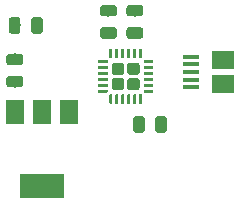
<source format=gbr>
%TF.GenerationSoftware,KiCad,Pcbnew,(5.0.0)*%
%TF.CreationDate,2019-02-19T13:25:24-06:00*%
%TF.ProjectId,USBBreakout,555342427265616B6F75742E6B696361,rev?*%
%TF.SameCoordinates,Original*%
%TF.FileFunction,Paste,Top*%
%TF.FilePolarity,Positive*%
%FSLAX46Y46*%
G04 Gerber Fmt 4.6, Leading zero omitted, Abs format (unit mm)*
G04 Created by KiCad (PCBNEW (5.0.0)) date 02/19/19 13:25:24*
%MOMM*%
%LPD*%
G01*
G04 APERTURE LIST*
%ADD10R,1.900000X1.500000*%
%ADD11R,1.350000X0.400000*%
%ADD12C,0.100000*%
%ADD13C,0.975000*%
%ADD14C,1.050000*%
%ADD15C,0.250000*%
%ADD16R,3.800000X2.000000*%
%ADD17R,1.500000X2.000000*%
G04 APERTURE END LIST*
D10*
X159797000Y-86122000D03*
D11*
X157097000Y-87772000D03*
X157097000Y-88422000D03*
X157097000Y-85822000D03*
X157097000Y-86472000D03*
X157097000Y-87122000D03*
D10*
X159797000Y-88122000D03*
D12*
G36*
X154826642Y-90868174D02*
X154850303Y-90871684D01*
X154873507Y-90877496D01*
X154896029Y-90885554D01*
X154917653Y-90895782D01*
X154938170Y-90908079D01*
X154957383Y-90922329D01*
X154975107Y-90938393D01*
X154991171Y-90956117D01*
X155005421Y-90975330D01*
X155017718Y-90995847D01*
X155027946Y-91017471D01*
X155036004Y-91039993D01*
X155041816Y-91063197D01*
X155045326Y-91086858D01*
X155046500Y-91110750D01*
X155046500Y-92023250D01*
X155045326Y-92047142D01*
X155041816Y-92070803D01*
X155036004Y-92094007D01*
X155027946Y-92116529D01*
X155017718Y-92138153D01*
X155005421Y-92158670D01*
X154991171Y-92177883D01*
X154975107Y-92195607D01*
X154957383Y-92211671D01*
X154938170Y-92225921D01*
X154917653Y-92238218D01*
X154896029Y-92248446D01*
X154873507Y-92256504D01*
X154850303Y-92262316D01*
X154826642Y-92265826D01*
X154802750Y-92267000D01*
X154315250Y-92267000D01*
X154291358Y-92265826D01*
X154267697Y-92262316D01*
X154244493Y-92256504D01*
X154221971Y-92248446D01*
X154200347Y-92238218D01*
X154179830Y-92225921D01*
X154160617Y-92211671D01*
X154142893Y-92195607D01*
X154126829Y-92177883D01*
X154112579Y-92158670D01*
X154100282Y-92138153D01*
X154090054Y-92116529D01*
X154081996Y-92094007D01*
X154076184Y-92070803D01*
X154072674Y-92047142D01*
X154071500Y-92023250D01*
X154071500Y-91110750D01*
X154072674Y-91086858D01*
X154076184Y-91063197D01*
X154081996Y-91039993D01*
X154090054Y-91017471D01*
X154100282Y-90995847D01*
X154112579Y-90975330D01*
X154126829Y-90956117D01*
X154142893Y-90938393D01*
X154160617Y-90922329D01*
X154179830Y-90908079D01*
X154200347Y-90895782D01*
X154221971Y-90885554D01*
X154244493Y-90877496D01*
X154267697Y-90871684D01*
X154291358Y-90868174D01*
X154315250Y-90867000D01*
X154802750Y-90867000D01*
X154826642Y-90868174D01*
X154826642Y-90868174D01*
G37*
D13*
X154559000Y-91567000D03*
D12*
G36*
X152951642Y-90868174D02*
X152975303Y-90871684D01*
X152998507Y-90877496D01*
X153021029Y-90885554D01*
X153042653Y-90895782D01*
X153063170Y-90908079D01*
X153082383Y-90922329D01*
X153100107Y-90938393D01*
X153116171Y-90956117D01*
X153130421Y-90975330D01*
X153142718Y-90995847D01*
X153152946Y-91017471D01*
X153161004Y-91039993D01*
X153166816Y-91063197D01*
X153170326Y-91086858D01*
X153171500Y-91110750D01*
X153171500Y-92023250D01*
X153170326Y-92047142D01*
X153166816Y-92070803D01*
X153161004Y-92094007D01*
X153152946Y-92116529D01*
X153142718Y-92138153D01*
X153130421Y-92158670D01*
X153116171Y-92177883D01*
X153100107Y-92195607D01*
X153082383Y-92211671D01*
X153063170Y-92225921D01*
X153042653Y-92238218D01*
X153021029Y-92248446D01*
X152998507Y-92256504D01*
X152975303Y-92262316D01*
X152951642Y-92265826D01*
X152927750Y-92267000D01*
X152440250Y-92267000D01*
X152416358Y-92265826D01*
X152392697Y-92262316D01*
X152369493Y-92256504D01*
X152346971Y-92248446D01*
X152325347Y-92238218D01*
X152304830Y-92225921D01*
X152285617Y-92211671D01*
X152267893Y-92195607D01*
X152251829Y-92177883D01*
X152237579Y-92158670D01*
X152225282Y-92138153D01*
X152215054Y-92116529D01*
X152206996Y-92094007D01*
X152201184Y-92070803D01*
X152197674Y-92047142D01*
X152196500Y-92023250D01*
X152196500Y-91110750D01*
X152197674Y-91086858D01*
X152201184Y-91063197D01*
X152206996Y-91039993D01*
X152215054Y-91017471D01*
X152225282Y-90995847D01*
X152237579Y-90975330D01*
X152251829Y-90956117D01*
X152267893Y-90938393D01*
X152285617Y-90922329D01*
X152304830Y-90908079D01*
X152325347Y-90895782D01*
X152346971Y-90885554D01*
X152369493Y-90877496D01*
X152392697Y-90871684D01*
X152416358Y-90868174D01*
X152440250Y-90867000D01*
X152927750Y-90867000D01*
X152951642Y-90868174D01*
X152951642Y-90868174D01*
G37*
D13*
X152684000Y-91567000D03*
D12*
G36*
X152816642Y-83333674D02*
X152840303Y-83337184D01*
X152863507Y-83342996D01*
X152886029Y-83351054D01*
X152907653Y-83361282D01*
X152928170Y-83373579D01*
X152947383Y-83387829D01*
X152965107Y-83403893D01*
X152981171Y-83421617D01*
X152995421Y-83440830D01*
X153007718Y-83461347D01*
X153017946Y-83482971D01*
X153026004Y-83505493D01*
X153031816Y-83528697D01*
X153035326Y-83552358D01*
X153036500Y-83576250D01*
X153036500Y-84063750D01*
X153035326Y-84087642D01*
X153031816Y-84111303D01*
X153026004Y-84134507D01*
X153017946Y-84157029D01*
X153007718Y-84178653D01*
X152995421Y-84199170D01*
X152981171Y-84218383D01*
X152965107Y-84236107D01*
X152947383Y-84252171D01*
X152928170Y-84266421D01*
X152907653Y-84278718D01*
X152886029Y-84288946D01*
X152863507Y-84297004D01*
X152840303Y-84302816D01*
X152816642Y-84306326D01*
X152792750Y-84307500D01*
X151880250Y-84307500D01*
X151856358Y-84306326D01*
X151832697Y-84302816D01*
X151809493Y-84297004D01*
X151786971Y-84288946D01*
X151765347Y-84278718D01*
X151744830Y-84266421D01*
X151725617Y-84252171D01*
X151707893Y-84236107D01*
X151691829Y-84218383D01*
X151677579Y-84199170D01*
X151665282Y-84178653D01*
X151655054Y-84157029D01*
X151646996Y-84134507D01*
X151641184Y-84111303D01*
X151637674Y-84087642D01*
X151636500Y-84063750D01*
X151636500Y-83576250D01*
X151637674Y-83552358D01*
X151641184Y-83528697D01*
X151646996Y-83505493D01*
X151655054Y-83482971D01*
X151665282Y-83461347D01*
X151677579Y-83440830D01*
X151691829Y-83421617D01*
X151707893Y-83403893D01*
X151725617Y-83387829D01*
X151744830Y-83373579D01*
X151765347Y-83361282D01*
X151786971Y-83351054D01*
X151809493Y-83342996D01*
X151832697Y-83337184D01*
X151856358Y-83333674D01*
X151880250Y-83332500D01*
X152792750Y-83332500D01*
X152816642Y-83333674D01*
X152816642Y-83333674D01*
G37*
D13*
X152336500Y-83820000D03*
D12*
G36*
X152816642Y-81458674D02*
X152840303Y-81462184D01*
X152863507Y-81467996D01*
X152886029Y-81476054D01*
X152907653Y-81486282D01*
X152928170Y-81498579D01*
X152947383Y-81512829D01*
X152965107Y-81528893D01*
X152981171Y-81546617D01*
X152995421Y-81565830D01*
X153007718Y-81586347D01*
X153017946Y-81607971D01*
X153026004Y-81630493D01*
X153031816Y-81653697D01*
X153035326Y-81677358D01*
X153036500Y-81701250D01*
X153036500Y-82188750D01*
X153035326Y-82212642D01*
X153031816Y-82236303D01*
X153026004Y-82259507D01*
X153017946Y-82282029D01*
X153007718Y-82303653D01*
X152995421Y-82324170D01*
X152981171Y-82343383D01*
X152965107Y-82361107D01*
X152947383Y-82377171D01*
X152928170Y-82391421D01*
X152907653Y-82403718D01*
X152886029Y-82413946D01*
X152863507Y-82422004D01*
X152840303Y-82427816D01*
X152816642Y-82431326D01*
X152792750Y-82432500D01*
X151880250Y-82432500D01*
X151856358Y-82431326D01*
X151832697Y-82427816D01*
X151809493Y-82422004D01*
X151786971Y-82413946D01*
X151765347Y-82403718D01*
X151744830Y-82391421D01*
X151725617Y-82377171D01*
X151707893Y-82361107D01*
X151691829Y-82343383D01*
X151677579Y-82324170D01*
X151665282Y-82303653D01*
X151655054Y-82282029D01*
X151646996Y-82259507D01*
X151641184Y-82236303D01*
X151637674Y-82212642D01*
X151636500Y-82188750D01*
X151636500Y-81701250D01*
X151637674Y-81677358D01*
X151641184Y-81653697D01*
X151646996Y-81630493D01*
X151655054Y-81607971D01*
X151665282Y-81586347D01*
X151677579Y-81565830D01*
X151691829Y-81546617D01*
X151707893Y-81528893D01*
X151725617Y-81512829D01*
X151744830Y-81498579D01*
X151765347Y-81486282D01*
X151786971Y-81476054D01*
X151809493Y-81467996D01*
X151832697Y-81462184D01*
X151856358Y-81458674D01*
X151880250Y-81457500D01*
X152792750Y-81457500D01*
X152816642Y-81458674D01*
X152816642Y-81458674D01*
G37*
D13*
X152336500Y-81945000D03*
D12*
G36*
X150594142Y-81458674D02*
X150617803Y-81462184D01*
X150641007Y-81467996D01*
X150663529Y-81476054D01*
X150685153Y-81486282D01*
X150705670Y-81498579D01*
X150724883Y-81512829D01*
X150742607Y-81528893D01*
X150758671Y-81546617D01*
X150772921Y-81565830D01*
X150785218Y-81586347D01*
X150795446Y-81607971D01*
X150803504Y-81630493D01*
X150809316Y-81653697D01*
X150812826Y-81677358D01*
X150814000Y-81701250D01*
X150814000Y-82188750D01*
X150812826Y-82212642D01*
X150809316Y-82236303D01*
X150803504Y-82259507D01*
X150795446Y-82282029D01*
X150785218Y-82303653D01*
X150772921Y-82324170D01*
X150758671Y-82343383D01*
X150742607Y-82361107D01*
X150724883Y-82377171D01*
X150705670Y-82391421D01*
X150685153Y-82403718D01*
X150663529Y-82413946D01*
X150641007Y-82422004D01*
X150617803Y-82427816D01*
X150594142Y-82431326D01*
X150570250Y-82432500D01*
X149657750Y-82432500D01*
X149633858Y-82431326D01*
X149610197Y-82427816D01*
X149586993Y-82422004D01*
X149564471Y-82413946D01*
X149542847Y-82403718D01*
X149522330Y-82391421D01*
X149503117Y-82377171D01*
X149485393Y-82361107D01*
X149469329Y-82343383D01*
X149455079Y-82324170D01*
X149442782Y-82303653D01*
X149432554Y-82282029D01*
X149424496Y-82259507D01*
X149418684Y-82236303D01*
X149415174Y-82212642D01*
X149414000Y-82188750D01*
X149414000Y-81701250D01*
X149415174Y-81677358D01*
X149418684Y-81653697D01*
X149424496Y-81630493D01*
X149432554Y-81607971D01*
X149442782Y-81586347D01*
X149455079Y-81565830D01*
X149469329Y-81546617D01*
X149485393Y-81528893D01*
X149503117Y-81512829D01*
X149522330Y-81498579D01*
X149542847Y-81486282D01*
X149564471Y-81476054D01*
X149586993Y-81467996D01*
X149610197Y-81462184D01*
X149633858Y-81458674D01*
X149657750Y-81457500D01*
X150570250Y-81457500D01*
X150594142Y-81458674D01*
X150594142Y-81458674D01*
G37*
D13*
X150114000Y-81945000D03*
D12*
G36*
X150594142Y-83333674D02*
X150617803Y-83337184D01*
X150641007Y-83342996D01*
X150663529Y-83351054D01*
X150685153Y-83361282D01*
X150705670Y-83373579D01*
X150724883Y-83387829D01*
X150742607Y-83403893D01*
X150758671Y-83421617D01*
X150772921Y-83440830D01*
X150785218Y-83461347D01*
X150795446Y-83482971D01*
X150803504Y-83505493D01*
X150809316Y-83528697D01*
X150812826Y-83552358D01*
X150814000Y-83576250D01*
X150814000Y-84063750D01*
X150812826Y-84087642D01*
X150809316Y-84111303D01*
X150803504Y-84134507D01*
X150795446Y-84157029D01*
X150785218Y-84178653D01*
X150772921Y-84199170D01*
X150758671Y-84218383D01*
X150742607Y-84236107D01*
X150724883Y-84252171D01*
X150705670Y-84266421D01*
X150685153Y-84278718D01*
X150663529Y-84288946D01*
X150641007Y-84297004D01*
X150617803Y-84302816D01*
X150594142Y-84306326D01*
X150570250Y-84307500D01*
X149657750Y-84307500D01*
X149633858Y-84306326D01*
X149610197Y-84302816D01*
X149586993Y-84297004D01*
X149564471Y-84288946D01*
X149542847Y-84278718D01*
X149522330Y-84266421D01*
X149503117Y-84252171D01*
X149485393Y-84236107D01*
X149469329Y-84218383D01*
X149455079Y-84199170D01*
X149442782Y-84178653D01*
X149432554Y-84157029D01*
X149424496Y-84134507D01*
X149418684Y-84111303D01*
X149415174Y-84087642D01*
X149414000Y-84063750D01*
X149414000Y-83576250D01*
X149415174Y-83552358D01*
X149418684Y-83528697D01*
X149424496Y-83505493D01*
X149432554Y-83482971D01*
X149442782Y-83461347D01*
X149455079Y-83440830D01*
X149469329Y-83421617D01*
X149485393Y-83403893D01*
X149503117Y-83387829D01*
X149522330Y-83373579D01*
X149542847Y-83361282D01*
X149564471Y-83351054D01*
X149586993Y-83342996D01*
X149610197Y-83337184D01*
X149633858Y-83333674D01*
X149657750Y-83332500D01*
X150570250Y-83332500D01*
X150594142Y-83333674D01*
X150594142Y-83333674D01*
G37*
D13*
X150114000Y-83820000D03*
D12*
G36*
X152524005Y-87629204D02*
X152548273Y-87632804D01*
X152572072Y-87638765D01*
X152595171Y-87647030D01*
X152617350Y-87657520D01*
X152638393Y-87670132D01*
X152658099Y-87684747D01*
X152676277Y-87701223D01*
X152692753Y-87719401D01*
X152707368Y-87739107D01*
X152719980Y-87760150D01*
X152730470Y-87782329D01*
X152738735Y-87805428D01*
X152744696Y-87829227D01*
X152748296Y-87853495D01*
X152749500Y-87877999D01*
X152749500Y-88428001D01*
X152748296Y-88452505D01*
X152744696Y-88476773D01*
X152738735Y-88500572D01*
X152730470Y-88523671D01*
X152719980Y-88545850D01*
X152707368Y-88566893D01*
X152692753Y-88586599D01*
X152676277Y-88604777D01*
X152658099Y-88621253D01*
X152638393Y-88635868D01*
X152617350Y-88648480D01*
X152595171Y-88658970D01*
X152572072Y-88667235D01*
X152548273Y-88673196D01*
X152524005Y-88676796D01*
X152499501Y-88678000D01*
X151949499Y-88678000D01*
X151924995Y-88676796D01*
X151900727Y-88673196D01*
X151876928Y-88667235D01*
X151853829Y-88658970D01*
X151831650Y-88648480D01*
X151810607Y-88635868D01*
X151790901Y-88621253D01*
X151772723Y-88604777D01*
X151756247Y-88586599D01*
X151741632Y-88566893D01*
X151729020Y-88545850D01*
X151718530Y-88523671D01*
X151710265Y-88500572D01*
X151704304Y-88476773D01*
X151700704Y-88452505D01*
X151699500Y-88428001D01*
X151699500Y-87877999D01*
X151700704Y-87853495D01*
X151704304Y-87829227D01*
X151710265Y-87805428D01*
X151718530Y-87782329D01*
X151729020Y-87760150D01*
X151741632Y-87739107D01*
X151756247Y-87719401D01*
X151772723Y-87701223D01*
X151790901Y-87684747D01*
X151810607Y-87670132D01*
X151831650Y-87657520D01*
X151853829Y-87647030D01*
X151876928Y-87638765D01*
X151900727Y-87632804D01*
X151924995Y-87629204D01*
X151949499Y-87628000D01*
X152499501Y-87628000D01*
X152524005Y-87629204D01*
X152524005Y-87629204D01*
G37*
D14*
X152224500Y-88153000D03*
D12*
G36*
X152524005Y-86329204D02*
X152548273Y-86332804D01*
X152572072Y-86338765D01*
X152595171Y-86347030D01*
X152617350Y-86357520D01*
X152638393Y-86370132D01*
X152658099Y-86384747D01*
X152676277Y-86401223D01*
X152692753Y-86419401D01*
X152707368Y-86439107D01*
X152719980Y-86460150D01*
X152730470Y-86482329D01*
X152738735Y-86505428D01*
X152744696Y-86529227D01*
X152748296Y-86553495D01*
X152749500Y-86577999D01*
X152749500Y-87128001D01*
X152748296Y-87152505D01*
X152744696Y-87176773D01*
X152738735Y-87200572D01*
X152730470Y-87223671D01*
X152719980Y-87245850D01*
X152707368Y-87266893D01*
X152692753Y-87286599D01*
X152676277Y-87304777D01*
X152658099Y-87321253D01*
X152638393Y-87335868D01*
X152617350Y-87348480D01*
X152595171Y-87358970D01*
X152572072Y-87367235D01*
X152548273Y-87373196D01*
X152524005Y-87376796D01*
X152499501Y-87378000D01*
X151949499Y-87378000D01*
X151924995Y-87376796D01*
X151900727Y-87373196D01*
X151876928Y-87367235D01*
X151853829Y-87358970D01*
X151831650Y-87348480D01*
X151810607Y-87335868D01*
X151790901Y-87321253D01*
X151772723Y-87304777D01*
X151756247Y-87286599D01*
X151741632Y-87266893D01*
X151729020Y-87245850D01*
X151718530Y-87223671D01*
X151710265Y-87200572D01*
X151704304Y-87176773D01*
X151700704Y-87152505D01*
X151699500Y-87128001D01*
X151699500Y-86577999D01*
X151700704Y-86553495D01*
X151704304Y-86529227D01*
X151710265Y-86505428D01*
X151718530Y-86482329D01*
X151729020Y-86460150D01*
X151741632Y-86439107D01*
X151756247Y-86419401D01*
X151772723Y-86401223D01*
X151790901Y-86384747D01*
X151810607Y-86370132D01*
X151831650Y-86357520D01*
X151853829Y-86347030D01*
X151876928Y-86338765D01*
X151900727Y-86332804D01*
X151924995Y-86329204D01*
X151949499Y-86328000D01*
X152499501Y-86328000D01*
X152524005Y-86329204D01*
X152524005Y-86329204D01*
G37*
D14*
X152224500Y-86853000D03*
D12*
G36*
X151224005Y-87629204D02*
X151248273Y-87632804D01*
X151272072Y-87638765D01*
X151295171Y-87647030D01*
X151317350Y-87657520D01*
X151338393Y-87670132D01*
X151358099Y-87684747D01*
X151376277Y-87701223D01*
X151392753Y-87719401D01*
X151407368Y-87739107D01*
X151419980Y-87760150D01*
X151430470Y-87782329D01*
X151438735Y-87805428D01*
X151444696Y-87829227D01*
X151448296Y-87853495D01*
X151449500Y-87877999D01*
X151449500Y-88428001D01*
X151448296Y-88452505D01*
X151444696Y-88476773D01*
X151438735Y-88500572D01*
X151430470Y-88523671D01*
X151419980Y-88545850D01*
X151407368Y-88566893D01*
X151392753Y-88586599D01*
X151376277Y-88604777D01*
X151358099Y-88621253D01*
X151338393Y-88635868D01*
X151317350Y-88648480D01*
X151295171Y-88658970D01*
X151272072Y-88667235D01*
X151248273Y-88673196D01*
X151224005Y-88676796D01*
X151199501Y-88678000D01*
X150649499Y-88678000D01*
X150624995Y-88676796D01*
X150600727Y-88673196D01*
X150576928Y-88667235D01*
X150553829Y-88658970D01*
X150531650Y-88648480D01*
X150510607Y-88635868D01*
X150490901Y-88621253D01*
X150472723Y-88604777D01*
X150456247Y-88586599D01*
X150441632Y-88566893D01*
X150429020Y-88545850D01*
X150418530Y-88523671D01*
X150410265Y-88500572D01*
X150404304Y-88476773D01*
X150400704Y-88452505D01*
X150399500Y-88428001D01*
X150399500Y-87877999D01*
X150400704Y-87853495D01*
X150404304Y-87829227D01*
X150410265Y-87805428D01*
X150418530Y-87782329D01*
X150429020Y-87760150D01*
X150441632Y-87739107D01*
X150456247Y-87719401D01*
X150472723Y-87701223D01*
X150490901Y-87684747D01*
X150510607Y-87670132D01*
X150531650Y-87657520D01*
X150553829Y-87647030D01*
X150576928Y-87638765D01*
X150600727Y-87632804D01*
X150624995Y-87629204D01*
X150649499Y-87628000D01*
X151199501Y-87628000D01*
X151224005Y-87629204D01*
X151224005Y-87629204D01*
G37*
D14*
X150924500Y-88153000D03*
D12*
G36*
X151224005Y-86329204D02*
X151248273Y-86332804D01*
X151272072Y-86338765D01*
X151295171Y-86347030D01*
X151317350Y-86357520D01*
X151338393Y-86370132D01*
X151358099Y-86384747D01*
X151376277Y-86401223D01*
X151392753Y-86419401D01*
X151407368Y-86439107D01*
X151419980Y-86460150D01*
X151430470Y-86482329D01*
X151438735Y-86505428D01*
X151444696Y-86529227D01*
X151448296Y-86553495D01*
X151449500Y-86577999D01*
X151449500Y-87128001D01*
X151448296Y-87152505D01*
X151444696Y-87176773D01*
X151438735Y-87200572D01*
X151430470Y-87223671D01*
X151419980Y-87245850D01*
X151407368Y-87266893D01*
X151392753Y-87286599D01*
X151376277Y-87304777D01*
X151358099Y-87321253D01*
X151338393Y-87335868D01*
X151317350Y-87348480D01*
X151295171Y-87358970D01*
X151272072Y-87367235D01*
X151248273Y-87373196D01*
X151224005Y-87376796D01*
X151199501Y-87378000D01*
X150649499Y-87378000D01*
X150624995Y-87376796D01*
X150600727Y-87373196D01*
X150576928Y-87367235D01*
X150553829Y-87358970D01*
X150531650Y-87348480D01*
X150510607Y-87335868D01*
X150490901Y-87321253D01*
X150472723Y-87304777D01*
X150456247Y-87286599D01*
X150441632Y-87266893D01*
X150429020Y-87245850D01*
X150418530Y-87223671D01*
X150410265Y-87200572D01*
X150404304Y-87176773D01*
X150400704Y-87152505D01*
X150399500Y-87128001D01*
X150399500Y-86577999D01*
X150400704Y-86553495D01*
X150404304Y-86529227D01*
X150410265Y-86505428D01*
X150418530Y-86482329D01*
X150429020Y-86460150D01*
X150441632Y-86439107D01*
X150456247Y-86419401D01*
X150472723Y-86401223D01*
X150490901Y-86384747D01*
X150510607Y-86370132D01*
X150531650Y-86357520D01*
X150553829Y-86347030D01*
X150576928Y-86338765D01*
X150600727Y-86332804D01*
X150624995Y-86329204D01*
X150649499Y-86328000D01*
X151199501Y-86328000D01*
X151224005Y-86329204D01*
X151224005Y-86329204D01*
G37*
D14*
X150924500Y-86853000D03*
D12*
G36*
X153868126Y-88628301D02*
X153874193Y-88629201D01*
X153880143Y-88630691D01*
X153885918Y-88632758D01*
X153891462Y-88635380D01*
X153896723Y-88638533D01*
X153901650Y-88642187D01*
X153906194Y-88646306D01*
X153910313Y-88650850D01*
X153913967Y-88655777D01*
X153917120Y-88661038D01*
X153919742Y-88666582D01*
X153921809Y-88672357D01*
X153923299Y-88678307D01*
X153924199Y-88684374D01*
X153924500Y-88690500D01*
X153924500Y-88815500D01*
X153924199Y-88821626D01*
X153923299Y-88827693D01*
X153921809Y-88833643D01*
X153919742Y-88839418D01*
X153917120Y-88844962D01*
X153913967Y-88850223D01*
X153910313Y-88855150D01*
X153906194Y-88859694D01*
X153901650Y-88863813D01*
X153896723Y-88867467D01*
X153891462Y-88870620D01*
X153885918Y-88873242D01*
X153880143Y-88875309D01*
X153874193Y-88876799D01*
X153868126Y-88877699D01*
X153862000Y-88878000D01*
X153162000Y-88878000D01*
X153155874Y-88877699D01*
X153149807Y-88876799D01*
X153143857Y-88875309D01*
X153138082Y-88873242D01*
X153132538Y-88870620D01*
X153127277Y-88867467D01*
X153122350Y-88863813D01*
X153117806Y-88859694D01*
X153113687Y-88855150D01*
X153110033Y-88850223D01*
X153106880Y-88844962D01*
X153104258Y-88839418D01*
X153102191Y-88833643D01*
X153100701Y-88827693D01*
X153099801Y-88821626D01*
X153099500Y-88815500D01*
X153099500Y-88690500D01*
X153099801Y-88684374D01*
X153100701Y-88678307D01*
X153102191Y-88672357D01*
X153104258Y-88666582D01*
X153106880Y-88661038D01*
X153110033Y-88655777D01*
X153113687Y-88650850D01*
X153117806Y-88646306D01*
X153122350Y-88642187D01*
X153127277Y-88638533D01*
X153132538Y-88635380D01*
X153138082Y-88632758D01*
X153143857Y-88630691D01*
X153149807Y-88629201D01*
X153155874Y-88628301D01*
X153162000Y-88628000D01*
X153862000Y-88628000D01*
X153868126Y-88628301D01*
X153868126Y-88628301D01*
G37*
D15*
X153512000Y-88753000D03*
D12*
G36*
X153868126Y-88128301D02*
X153874193Y-88129201D01*
X153880143Y-88130691D01*
X153885918Y-88132758D01*
X153891462Y-88135380D01*
X153896723Y-88138533D01*
X153901650Y-88142187D01*
X153906194Y-88146306D01*
X153910313Y-88150850D01*
X153913967Y-88155777D01*
X153917120Y-88161038D01*
X153919742Y-88166582D01*
X153921809Y-88172357D01*
X153923299Y-88178307D01*
X153924199Y-88184374D01*
X153924500Y-88190500D01*
X153924500Y-88315500D01*
X153924199Y-88321626D01*
X153923299Y-88327693D01*
X153921809Y-88333643D01*
X153919742Y-88339418D01*
X153917120Y-88344962D01*
X153913967Y-88350223D01*
X153910313Y-88355150D01*
X153906194Y-88359694D01*
X153901650Y-88363813D01*
X153896723Y-88367467D01*
X153891462Y-88370620D01*
X153885918Y-88373242D01*
X153880143Y-88375309D01*
X153874193Y-88376799D01*
X153868126Y-88377699D01*
X153862000Y-88378000D01*
X153162000Y-88378000D01*
X153155874Y-88377699D01*
X153149807Y-88376799D01*
X153143857Y-88375309D01*
X153138082Y-88373242D01*
X153132538Y-88370620D01*
X153127277Y-88367467D01*
X153122350Y-88363813D01*
X153117806Y-88359694D01*
X153113687Y-88355150D01*
X153110033Y-88350223D01*
X153106880Y-88344962D01*
X153104258Y-88339418D01*
X153102191Y-88333643D01*
X153100701Y-88327693D01*
X153099801Y-88321626D01*
X153099500Y-88315500D01*
X153099500Y-88190500D01*
X153099801Y-88184374D01*
X153100701Y-88178307D01*
X153102191Y-88172357D01*
X153104258Y-88166582D01*
X153106880Y-88161038D01*
X153110033Y-88155777D01*
X153113687Y-88150850D01*
X153117806Y-88146306D01*
X153122350Y-88142187D01*
X153127277Y-88138533D01*
X153132538Y-88135380D01*
X153138082Y-88132758D01*
X153143857Y-88130691D01*
X153149807Y-88129201D01*
X153155874Y-88128301D01*
X153162000Y-88128000D01*
X153862000Y-88128000D01*
X153868126Y-88128301D01*
X153868126Y-88128301D01*
G37*
D15*
X153512000Y-88253000D03*
D12*
G36*
X153868126Y-87628301D02*
X153874193Y-87629201D01*
X153880143Y-87630691D01*
X153885918Y-87632758D01*
X153891462Y-87635380D01*
X153896723Y-87638533D01*
X153901650Y-87642187D01*
X153906194Y-87646306D01*
X153910313Y-87650850D01*
X153913967Y-87655777D01*
X153917120Y-87661038D01*
X153919742Y-87666582D01*
X153921809Y-87672357D01*
X153923299Y-87678307D01*
X153924199Y-87684374D01*
X153924500Y-87690500D01*
X153924500Y-87815500D01*
X153924199Y-87821626D01*
X153923299Y-87827693D01*
X153921809Y-87833643D01*
X153919742Y-87839418D01*
X153917120Y-87844962D01*
X153913967Y-87850223D01*
X153910313Y-87855150D01*
X153906194Y-87859694D01*
X153901650Y-87863813D01*
X153896723Y-87867467D01*
X153891462Y-87870620D01*
X153885918Y-87873242D01*
X153880143Y-87875309D01*
X153874193Y-87876799D01*
X153868126Y-87877699D01*
X153862000Y-87878000D01*
X153162000Y-87878000D01*
X153155874Y-87877699D01*
X153149807Y-87876799D01*
X153143857Y-87875309D01*
X153138082Y-87873242D01*
X153132538Y-87870620D01*
X153127277Y-87867467D01*
X153122350Y-87863813D01*
X153117806Y-87859694D01*
X153113687Y-87855150D01*
X153110033Y-87850223D01*
X153106880Y-87844962D01*
X153104258Y-87839418D01*
X153102191Y-87833643D01*
X153100701Y-87827693D01*
X153099801Y-87821626D01*
X153099500Y-87815500D01*
X153099500Y-87690500D01*
X153099801Y-87684374D01*
X153100701Y-87678307D01*
X153102191Y-87672357D01*
X153104258Y-87666582D01*
X153106880Y-87661038D01*
X153110033Y-87655777D01*
X153113687Y-87650850D01*
X153117806Y-87646306D01*
X153122350Y-87642187D01*
X153127277Y-87638533D01*
X153132538Y-87635380D01*
X153138082Y-87632758D01*
X153143857Y-87630691D01*
X153149807Y-87629201D01*
X153155874Y-87628301D01*
X153162000Y-87628000D01*
X153862000Y-87628000D01*
X153868126Y-87628301D01*
X153868126Y-87628301D01*
G37*
D15*
X153512000Y-87753000D03*
D12*
G36*
X153868126Y-87128301D02*
X153874193Y-87129201D01*
X153880143Y-87130691D01*
X153885918Y-87132758D01*
X153891462Y-87135380D01*
X153896723Y-87138533D01*
X153901650Y-87142187D01*
X153906194Y-87146306D01*
X153910313Y-87150850D01*
X153913967Y-87155777D01*
X153917120Y-87161038D01*
X153919742Y-87166582D01*
X153921809Y-87172357D01*
X153923299Y-87178307D01*
X153924199Y-87184374D01*
X153924500Y-87190500D01*
X153924500Y-87315500D01*
X153924199Y-87321626D01*
X153923299Y-87327693D01*
X153921809Y-87333643D01*
X153919742Y-87339418D01*
X153917120Y-87344962D01*
X153913967Y-87350223D01*
X153910313Y-87355150D01*
X153906194Y-87359694D01*
X153901650Y-87363813D01*
X153896723Y-87367467D01*
X153891462Y-87370620D01*
X153885918Y-87373242D01*
X153880143Y-87375309D01*
X153874193Y-87376799D01*
X153868126Y-87377699D01*
X153862000Y-87378000D01*
X153162000Y-87378000D01*
X153155874Y-87377699D01*
X153149807Y-87376799D01*
X153143857Y-87375309D01*
X153138082Y-87373242D01*
X153132538Y-87370620D01*
X153127277Y-87367467D01*
X153122350Y-87363813D01*
X153117806Y-87359694D01*
X153113687Y-87355150D01*
X153110033Y-87350223D01*
X153106880Y-87344962D01*
X153104258Y-87339418D01*
X153102191Y-87333643D01*
X153100701Y-87327693D01*
X153099801Y-87321626D01*
X153099500Y-87315500D01*
X153099500Y-87190500D01*
X153099801Y-87184374D01*
X153100701Y-87178307D01*
X153102191Y-87172357D01*
X153104258Y-87166582D01*
X153106880Y-87161038D01*
X153110033Y-87155777D01*
X153113687Y-87150850D01*
X153117806Y-87146306D01*
X153122350Y-87142187D01*
X153127277Y-87138533D01*
X153132538Y-87135380D01*
X153138082Y-87132758D01*
X153143857Y-87130691D01*
X153149807Y-87129201D01*
X153155874Y-87128301D01*
X153162000Y-87128000D01*
X153862000Y-87128000D01*
X153868126Y-87128301D01*
X153868126Y-87128301D01*
G37*
D15*
X153512000Y-87253000D03*
D12*
G36*
X153868126Y-86628301D02*
X153874193Y-86629201D01*
X153880143Y-86630691D01*
X153885918Y-86632758D01*
X153891462Y-86635380D01*
X153896723Y-86638533D01*
X153901650Y-86642187D01*
X153906194Y-86646306D01*
X153910313Y-86650850D01*
X153913967Y-86655777D01*
X153917120Y-86661038D01*
X153919742Y-86666582D01*
X153921809Y-86672357D01*
X153923299Y-86678307D01*
X153924199Y-86684374D01*
X153924500Y-86690500D01*
X153924500Y-86815500D01*
X153924199Y-86821626D01*
X153923299Y-86827693D01*
X153921809Y-86833643D01*
X153919742Y-86839418D01*
X153917120Y-86844962D01*
X153913967Y-86850223D01*
X153910313Y-86855150D01*
X153906194Y-86859694D01*
X153901650Y-86863813D01*
X153896723Y-86867467D01*
X153891462Y-86870620D01*
X153885918Y-86873242D01*
X153880143Y-86875309D01*
X153874193Y-86876799D01*
X153868126Y-86877699D01*
X153862000Y-86878000D01*
X153162000Y-86878000D01*
X153155874Y-86877699D01*
X153149807Y-86876799D01*
X153143857Y-86875309D01*
X153138082Y-86873242D01*
X153132538Y-86870620D01*
X153127277Y-86867467D01*
X153122350Y-86863813D01*
X153117806Y-86859694D01*
X153113687Y-86855150D01*
X153110033Y-86850223D01*
X153106880Y-86844962D01*
X153104258Y-86839418D01*
X153102191Y-86833643D01*
X153100701Y-86827693D01*
X153099801Y-86821626D01*
X153099500Y-86815500D01*
X153099500Y-86690500D01*
X153099801Y-86684374D01*
X153100701Y-86678307D01*
X153102191Y-86672357D01*
X153104258Y-86666582D01*
X153106880Y-86661038D01*
X153110033Y-86655777D01*
X153113687Y-86650850D01*
X153117806Y-86646306D01*
X153122350Y-86642187D01*
X153127277Y-86638533D01*
X153132538Y-86635380D01*
X153138082Y-86632758D01*
X153143857Y-86630691D01*
X153149807Y-86629201D01*
X153155874Y-86628301D01*
X153162000Y-86628000D01*
X153862000Y-86628000D01*
X153868126Y-86628301D01*
X153868126Y-86628301D01*
G37*
D15*
X153512000Y-86753000D03*
D12*
G36*
X153868126Y-86128301D02*
X153874193Y-86129201D01*
X153880143Y-86130691D01*
X153885918Y-86132758D01*
X153891462Y-86135380D01*
X153896723Y-86138533D01*
X153901650Y-86142187D01*
X153906194Y-86146306D01*
X153910313Y-86150850D01*
X153913967Y-86155777D01*
X153917120Y-86161038D01*
X153919742Y-86166582D01*
X153921809Y-86172357D01*
X153923299Y-86178307D01*
X153924199Y-86184374D01*
X153924500Y-86190500D01*
X153924500Y-86315500D01*
X153924199Y-86321626D01*
X153923299Y-86327693D01*
X153921809Y-86333643D01*
X153919742Y-86339418D01*
X153917120Y-86344962D01*
X153913967Y-86350223D01*
X153910313Y-86355150D01*
X153906194Y-86359694D01*
X153901650Y-86363813D01*
X153896723Y-86367467D01*
X153891462Y-86370620D01*
X153885918Y-86373242D01*
X153880143Y-86375309D01*
X153874193Y-86376799D01*
X153868126Y-86377699D01*
X153862000Y-86378000D01*
X153162000Y-86378000D01*
X153155874Y-86377699D01*
X153149807Y-86376799D01*
X153143857Y-86375309D01*
X153138082Y-86373242D01*
X153132538Y-86370620D01*
X153127277Y-86367467D01*
X153122350Y-86363813D01*
X153117806Y-86359694D01*
X153113687Y-86355150D01*
X153110033Y-86350223D01*
X153106880Y-86344962D01*
X153104258Y-86339418D01*
X153102191Y-86333643D01*
X153100701Y-86327693D01*
X153099801Y-86321626D01*
X153099500Y-86315500D01*
X153099500Y-86190500D01*
X153099801Y-86184374D01*
X153100701Y-86178307D01*
X153102191Y-86172357D01*
X153104258Y-86166582D01*
X153106880Y-86161038D01*
X153110033Y-86155777D01*
X153113687Y-86150850D01*
X153117806Y-86146306D01*
X153122350Y-86142187D01*
X153127277Y-86138533D01*
X153132538Y-86135380D01*
X153138082Y-86132758D01*
X153143857Y-86130691D01*
X153149807Y-86129201D01*
X153155874Y-86128301D01*
X153162000Y-86128000D01*
X153862000Y-86128000D01*
X153868126Y-86128301D01*
X153868126Y-86128301D01*
G37*
D15*
X153512000Y-86253000D03*
D12*
G36*
X152893126Y-85153301D02*
X152899193Y-85154201D01*
X152905143Y-85155691D01*
X152910918Y-85157758D01*
X152916462Y-85160380D01*
X152921723Y-85163533D01*
X152926650Y-85167187D01*
X152931194Y-85171306D01*
X152935313Y-85175850D01*
X152938967Y-85180777D01*
X152942120Y-85186038D01*
X152944742Y-85191582D01*
X152946809Y-85197357D01*
X152948299Y-85203307D01*
X152949199Y-85209374D01*
X152949500Y-85215500D01*
X152949500Y-85915500D01*
X152949199Y-85921626D01*
X152948299Y-85927693D01*
X152946809Y-85933643D01*
X152944742Y-85939418D01*
X152942120Y-85944962D01*
X152938967Y-85950223D01*
X152935313Y-85955150D01*
X152931194Y-85959694D01*
X152926650Y-85963813D01*
X152921723Y-85967467D01*
X152916462Y-85970620D01*
X152910918Y-85973242D01*
X152905143Y-85975309D01*
X152899193Y-85976799D01*
X152893126Y-85977699D01*
X152887000Y-85978000D01*
X152762000Y-85978000D01*
X152755874Y-85977699D01*
X152749807Y-85976799D01*
X152743857Y-85975309D01*
X152738082Y-85973242D01*
X152732538Y-85970620D01*
X152727277Y-85967467D01*
X152722350Y-85963813D01*
X152717806Y-85959694D01*
X152713687Y-85955150D01*
X152710033Y-85950223D01*
X152706880Y-85944962D01*
X152704258Y-85939418D01*
X152702191Y-85933643D01*
X152700701Y-85927693D01*
X152699801Y-85921626D01*
X152699500Y-85915500D01*
X152699500Y-85215500D01*
X152699801Y-85209374D01*
X152700701Y-85203307D01*
X152702191Y-85197357D01*
X152704258Y-85191582D01*
X152706880Y-85186038D01*
X152710033Y-85180777D01*
X152713687Y-85175850D01*
X152717806Y-85171306D01*
X152722350Y-85167187D01*
X152727277Y-85163533D01*
X152732538Y-85160380D01*
X152738082Y-85157758D01*
X152743857Y-85155691D01*
X152749807Y-85154201D01*
X152755874Y-85153301D01*
X152762000Y-85153000D01*
X152887000Y-85153000D01*
X152893126Y-85153301D01*
X152893126Y-85153301D01*
G37*
D15*
X152824500Y-85565500D03*
D12*
G36*
X152393126Y-85153301D02*
X152399193Y-85154201D01*
X152405143Y-85155691D01*
X152410918Y-85157758D01*
X152416462Y-85160380D01*
X152421723Y-85163533D01*
X152426650Y-85167187D01*
X152431194Y-85171306D01*
X152435313Y-85175850D01*
X152438967Y-85180777D01*
X152442120Y-85186038D01*
X152444742Y-85191582D01*
X152446809Y-85197357D01*
X152448299Y-85203307D01*
X152449199Y-85209374D01*
X152449500Y-85215500D01*
X152449500Y-85915500D01*
X152449199Y-85921626D01*
X152448299Y-85927693D01*
X152446809Y-85933643D01*
X152444742Y-85939418D01*
X152442120Y-85944962D01*
X152438967Y-85950223D01*
X152435313Y-85955150D01*
X152431194Y-85959694D01*
X152426650Y-85963813D01*
X152421723Y-85967467D01*
X152416462Y-85970620D01*
X152410918Y-85973242D01*
X152405143Y-85975309D01*
X152399193Y-85976799D01*
X152393126Y-85977699D01*
X152387000Y-85978000D01*
X152262000Y-85978000D01*
X152255874Y-85977699D01*
X152249807Y-85976799D01*
X152243857Y-85975309D01*
X152238082Y-85973242D01*
X152232538Y-85970620D01*
X152227277Y-85967467D01*
X152222350Y-85963813D01*
X152217806Y-85959694D01*
X152213687Y-85955150D01*
X152210033Y-85950223D01*
X152206880Y-85944962D01*
X152204258Y-85939418D01*
X152202191Y-85933643D01*
X152200701Y-85927693D01*
X152199801Y-85921626D01*
X152199500Y-85915500D01*
X152199500Y-85215500D01*
X152199801Y-85209374D01*
X152200701Y-85203307D01*
X152202191Y-85197357D01*
X152204258Y-85191582D01*
X152206880Y-85186038D01*
X152210033Y-85180777D01*
X152213687Y-85175850D01*
X152217806Y-85171306D01*
X152222350Y-85167187D01*
X152227277Y-85163533D01*
X152232538Y-85160380D01*
X152238082Y-85157758D01*
X152243857Y-85155691D01*
X152249807Y-85154201D01*
X152255874Y-85153301D01*
X152262000Y-85153000D01*
X152387000Y-85153000D01*
X152393126Y-85153301D01*
X152393126Y-85153301D01*
G37*
D15*
X152324500Y-85565500D03*
D12*
G36*
X151893126Y-85153301D02*
X151899193Y-85154201D01*
X151905143Y-85155691D01*
X151910918Y-85157758D01*
X151916462Y-85160380D01*
X151921723Y-85163533D01*
X151926650Y-85167187D01*
X151931194Y-85171306D01*
X151935313Y-85175850D01*
X151938967Y-85180777D01*
X151942120Y-85186038D01*
X151944742Y-85191582D01*
X151946809Y-85197357D01*
X151948299Y-85203307D01*
X151949199Y-85209374D01*
X151949500Y-85215500D01*
X151949500Y-85915500D01*
X151949199Y-85921626D01*
X151948299Y-85927693D01*
X151946809Y-85933643D01*
X151944742Y-85939418D01*
X151942120Y-85944962D01*
X151938967Y-85950223D01*
X151935313Y-85955150D01*
X151931194Y-85959694D01*
X151926650Y-85963813D01*
X151921723Y-85967467D01*
X151916462Y-85970620D01*
X151910918Y-85973242D01*
X151905143Y-85975309D01*
X151899193Y-85976799D01*
X151893126Y-85977699D01*
X151887000Y-85978000D01*
X151762000Y-85978000D01*
X151755874Y-85977699D01*
X151749807Y-85976799D01*
X151743857Y-85975309D01*
X151738082Y-85973242D01*
X151732538Y-85970620D01*
X151727277Y-85967467D01*
X151722350Y-85963813D01*
X151717806Y-85959694D01*
X151713687Y-85955150D01*
X151710033Y-85950223D01*
X151706880Y-85944962D01*
X151704258Y-85939418D01*
X151702191Y-85933643D01*
X151700701Y-85927693D01*
X151699801Y-85921626D01*
X151699500Y-85915500D01*
X151699500Y-85215500D01*
X151699801Y-85209374D01*
X151700701Y-85203307D01*
X151702191Y-85197357D01*
X151704258Y-85191582D01*
X151706880Y-85186038D01*
X151710033Y-85180777D01*
X151713687Y-85175850D01*
X151717806Y-85171306D01*
X151722350Y-85167187D01*
X151727277Y-85163533D01*
X151732538Y-85160380D01*
X151738082Y-85157758D01*
X151743857Y-85155691D01*
X151749807Y-85154201D01*
X151755874Y-85153301D01*
X151762000Y-85153000D01*
X151887000Y-85153000D01*
X151893126Y-85153301D01*
X151893126Y-85153301D01*
G37*
D15*
X151824500Y-85565500D03*
D12*
G36*
X151393126Y-85153301D02*
X151399193Y-85154201D01*
X151405143Y-85155691D01*
X151410918Y-85157758D01*
X151416462Y-85160380D01*
X151421723Y-85163533D01*
X151426650Y-85167187D01*
X151431194Y-85171306D01*
X151435313Y-85175850D01*
X151438967Y-85180777D01*
X151442120Y-85186038D01*
X151444742Y-85191582D01*
X151446809Y-85197357D01*
X151448299Y-85203307D01*
X151449199Y-85209374D01*
X151449500Y-85215500D01*
X151449500Y-85915500D01*
X151449199Y-85921626D01*
X151448299Y-85927693D01*
X151446809Y-85933643D01*
X151444742Y-85939418D01*
X151442120Y-85944962D01*
X151438967Y-85950223D01*
X151435313Y-85955150D01*
X151431194Y-85959694D01*
X151426650Y-85963813D01*
X151421723Y-85967467D01*
X151416462Y-85970620D01*
X151410918Y-85973242D01*
X151405143Y-85975309D01*
X151399193Y-85976799D01*
X151393126Y-85977699D01*
X151387000Y-85978000D01*
X151262000Y-85978000D01*
X151255874Y-85977699D01*
X151249807Y-85976799D01*
X151243857Y-85975309D01*
X151238082Y-85973242D01*
X151232538Y-85970620D01*
X151227277Y-85967467D01*
X151222350Y-85963813D01*
X151217806Y-85959694D01*
X151213687Y-85955150D01*
X151210033Y-85950223D01*
X151206880Y-85944962D01*
X151204258Y-85939418D01*
X151202191Y-85933643D01*
X151200701Y-85927693D01*
X151199801Y-85921626D01*
X151199500Y-85915500D01*
X151199500Y-85215500D01*
X151199801Y-85209374D01*
X151200701Y-85203307D01*
X151202191Y-85197357D01*
X151204258Y-85191582D01*
X151206880Y-85186038D01*
X151210033Y-85180777D01*
X151213687Y-85175850D01*
X151217806Y-85171306D01*
X151222350Y-85167187D01*
X151227277Y-85163533D01*
X151232538Y-85160380D01*
X151238082Y-85157758D01*
X151243857Y-85155691D01*
X151249807Y-85154201D01*
X151255874Y-85153301D01*
X151262000Y-85153000D01*
X151387000Y-85153000D01*
X151393126Y-85153301D01*
X151393126Y-85153301D01*
G37*
D15*
X151324500Y-85565500D03*
D12*
G36*
X150893126Y-85153301D02*
X150899193Y-85154201D01*
X150905143Y-85155691D01*
X150910918Y-85157758D01*
X150916462Y-85160380D01*
X150921723Y-85163533D01*
X150926650Y-85167187D01*
X150931194Y-85171306D01*
X150935313Y-85175850D01*
X150938967Y-85180777D01*
X150942120Y-85186038D01*
X150944742Y-85191582D01*
X150946809Y-85197357D01*
X150948299Y-85203307D01*
X150949199Y-85209374D01*
X150949500Y-85215500D01*
X150949500Y-85915500D01*
X150949199Y-85921626D01*
X150948299Y-85927693D01*
X150946809Y-85933643D01*
X150944742Y-85939418D01*
X150942120Y-85944962D01*
X150938967Y-85950223D01*
X150935313Y-85955150D01*
X150931194Y-85959694D01*
X150926650Y-85963813D01*
X150921723Y-85967467D01*
X150916462Y-85970620D01*
X150910918Y-85973242D01*
X150905143Y-85975309D01*
X150899193Y-85976799D01*
X150893126Y-85977699D01*
X150887000Y-85978000D01*
X150762000Y-85978000D01*
X150755874Y-85977699D01*
X150749807Y-85976799D01*
X150743857Y-85975309D01*
X150738082Y-85973242D01*
X150732538Y-85970620D01*
X150727277Y-85967467D01*
X150722350Y-85963813D01*
X150717806Y-85959694D01*
X150713687Y-85955150D01*
X150710033Y-85950223D01*
X150706880Y-85944962D01*
X150704258Y-85939418D01*
X150702191Y-85933643D01*
X150700701Y-85927693D01*
X150699801Y-85921626D01*
X150699500Y-85915500D01*
X150699500Y-85215500D01*
X150699801Y-85209374D01*
X150700701Y-85203307D01*
X150702191Y-85197357D01*
X150704258Y-85191582D01*
X150706880Y-85186038D01*
X150710033Y-85180777D01*
X150713687Y-85175850D01*
X150717806Y-85171306D01*
X150722350Y-85167187D01*
X150727277Y-85163533D01*
X150732538Y-85160380D01*
X150738082Y-85157758D01*
X150743857Y-85155691D01*
X150749807Y-85154201D01*
X150755874Y-85153301D01*
X150762000Y-85153000D01*
X150887000Y-85153000D01*
X150893126Y-85153301D01*
X150893126Y-85153301D01*
G37*
D15*
X150824500Y-85565500D03*
D12*
G36*
X150393126Y-85153301D02*
X150399193Y-85154201D01*
X150405143Y-85155691D01*
X150410918Y-85157758D01*
X150416462Y-85160380D01*
X150421723Y-85163533D01*
X150426650Y-85167187D01*
X150431194Y-85171306D01*
X150435313Y-85175850D01*
X150438967Y-85180777D01*
X150442120Y-85186038D01*
X150444742Y-85191582D01*
X150446809Y-85197357D01*
X150448299Y-85203307D01*
X150449199Y-85209374D01*
X150449500Y-85215500D01*
X150449500Y-85915500D01*
X150449199Y-85921626D01*
X150448299Y-85927693D01*
X150446809Y-85933643D01*
X150444742Y-85939418D01*
X150442120Y-85944962D01*
X150438967Y-85950223D01*
X150435313Y-85955150D01*
X150431194Y-85959694D01*
X150426650Y-85963813D01*
X150421723Y-85967467D01*
X150416462Y-85970620D01*
X150410918Y-85973242D01*
X150405143Y-85975309D01*
X150399193Y-85976799D01*
X150393126Y-85977699D01*
X150387000Y-85978000D01*
X150262000Y-85978000D01*
X150255874Y-85977699D01*
X150249807Y-85976799D01*
X150243857Y-85975309D01*
X150238082Y-85973242D01*
X150232538Y-85970620D01*
X150227277Y-85967467D01*
X150222350Y-85963813D01*
X150217806Y-85959694D01*
X150213687Y-85955150D01*
X150210033Y-85950223D01*
X150206880Y-85944962D01*
X150204258Y-85939418D01*
X150202191Y-85933643D01*
X150200701Y-85927693D01*
X150199801Y-85921626D01*
X150199500Y-85915500D01*
X150199500Y-85215500D01*
X150199801Y-85209374D01*
X150200701Y-85203307D01*
X150202191Y-85197357D01*
X150204258Y-85191582D01*
X150206880Y-85186038D01*
X150210033Y-85180777D01*
X150213687Y-85175850D01*
X150217806Y-85171306D01*
X150222350Y-85167187D01*
X150227277Y-85163533D01*
X150232538Y-85160380D01*
X150238082Y-85157758D01*
X150243857Y-85155691D01*
X150249807Y-85154201D01*
X150255874Y-85153301D01*
X150262000Y-85153000D01*
X150387000Y-85153000D01*
X150393126Y-85153301D01*
X150393126Y-85153301D01*
G37*
D15*
X150324500Y-85565500D03*
D12*
G36*
X149993126Y-86128301D02*
X149999193Y-86129201D01*
X150005143Y-86130691D01*
X150010918Y-86132758D01*
X150016462Y-86135380D01*
X150021723Y-86138533D01*
X150026650Y-86142187D01*
X150031194Y-86146306D01*
X150035313Y-86150850D01*
X150038967Y-86155777D01*
X150042120Y-86161038D01*
X150044742Y-86166582D01*
X150046809Y-86172357D01*
X150048299Y-86178307D01*
X150049199Y-86184374D01*
X150049500Y-86190500D01*
X150049500Y-86315500D01*
X150049199Y-86321626D01*
X150048299Y-86327693D01*
X150046809Y-86333643D01*
X150044742Y-86339418D01*
X150042120Y-86344962D01*
X150038967Y-86350223D01*
X150035313Y-86355150D01*
X150031194Y-86359694D01*
X150026650Y-86363813D01*
X150021723Y-86367467D01*
X150016462Y-86370620D01*
X150010918Y-86373242D01*
X150005143Y-86375309D01*
X149999193Y-86376799D01*
X149993126Y-86377699D01*
X149987000Y-86378000D01*
X149287000Y-86378000D01*
X149280874Y-86377699D01*
X149274807Y-86376799D01*
X149268857Y-86375309D01*
X149263082Y-86373242D01*
X149257538Y-86370620D01*
X149252277Y-86367467D01*
X149247350Y-86363813D01*
X149242806Y-86359694D01*
X149238687Y-86355150D01*
X149235033Y-86350223D01*
X149231880Y-86344962D01*
X149229258Y-86339418D01*
X149227191Y-86333643D01*
X149225701Y-86327693D01*
X149224801Y-86321626D01*
X149224500Y-86315500D01*
X149224500Y-86190500D01*
X149224801Y-86184374D01*
X149225701Y-86178307D01*
X149227191Y-86172357D01*
X149229258Y-86166582D01*
X149231880Y-86161038D01*
X149235033Y-86155777D01*
X149238687Y-86150850D01*
X149242806Y-86146306D01*
X149247350Y-86142187D01*
X149252277Y-86138533D01*
X149257538Y-86135380D01*
X149263082Y-86132758D01*
X149268857Y-86130691D01*
X149274807Y-86129201D01*
X149280874Y-86128301D01*
X149287000Y-86128000D01*
X149987000Y-86128000D01*
X149993126Y-86128301D01*
X149993126Y-86128301D01*
G37*
D15*
X149637000Y-86253000D03*
D12*
G36*
X149993126Y-86628301D02*
X149999193Y-86629201D01*
X150005143Y-86630691D01*
X150010918Y-86632758D01*
X150016462Y-86635380D01*
X150021723Y-86638533D01*
X150026650Y-86642187D01*
X150031194Y-86646306D01*
X150035313Y-86650850D01*
X150038967Y-86655777D01*
X150042120Y-86661038D01*
X150044742Y-86666582D01*
X150046809Y-86672357D01*
X150048299Y-86678307D01*
X150049199Y-86684374D01*
X150049500Y-86690500D01*
X150049500Y-86815500D01*
X150049199Y-86821626D01*
X150048299Y-86827693D01*
X150046809Y-86833643D01*
X150044742Y-86839418D01*
X150042120Y-86844962D01*
X150038967Y-86850223D01*
X150035313Y-86855150D01*
X150031194Y-86859694D01*
X150026650Y-86863813D01*
X150021723Y-86867467D01*
X150016462Y-86870620D01*
X150010918Y-86873242D01*
X150005143Y-86875309D01*
X149999193Y-86876799D01*
X149993126Y-86877699D01*
X149987000Y-86878000D01*
X149287000Y-86878000D01*
X149280874Y-86877699D01*
X149274807Y-86876799D01*
X149268857Y-86875309D01*
X149263082Y-86873242D01*
X149257538Y-86870620D01*
X149252277Y-86867467D01*
X149247350Y-86863813D01*
X149242806Y-86859694D01*
X149238687Y-86855150D01*
X149235033Y-86850223D01*
X149231880Y-86844962D01*
X149229258Y-86839418D01*
X149227191Y-86833643D01*
X149225701Y-86827693D01*
X149224801Y-86821626D01*
X149224500Y-86815500D01*
X149224500Y-86690500D01*
X149224801Y-86684374D01*
X149225701Y-86678307D01*
X149227191Y-86672357D01*
X149229258Y-86666582D01*
X149231880Y-86661038D01*
X149235033Y-86655777D01*
X149238687Y-86650850D01*
X149242806Y-86646306D01*
X149247350Y-86642187D01*
X149252277Y-86638533D01*
X149257538Y-86635380D01*
X149263082Y-86632758D01*
X149268857Y-86630691D01*
X149274807Y-86629201D01*
X149280874Y-86628301D01*
X149287000Y-86628000D01*
X149987000Y-86628000D01*
X149993126Y-86628301D01*
X149993126Y-86628301D01*
G37*
D15*
X149637000Y-86753000D03*
D12*
G36*
X149993126Y-87128301D02*
X149999193Y-87129201D01*
X150005143Y-87130691D01*
X150010918Y-87132758D01*
X150016462Y-87135380D01*
X150021723Y-87138533D01*
X150026650Y-87142187D01*
X150031194Y-87146306D01*
X150035313Y-87150850D01*
X150038967Y-87155777D01*
X150042120Y-87161038D01*
X150044742Y-87166582D01*
X150046809Y-87172357D01*
X150048299Y-87178307D01*
X150049199Y-87184374D01*
X150049500Y-87190500D01*
X150049500Y-87315500D01*
X150049199Y-87321626D01*
X150048299Y-87327693D01*
X150046809Y-87333643D01*
X150044742Y-87339418D01*
X150042120Y-87344962D01*
X150038967Y-87350223D01*
X150035313Y-87355150D01*
X150031194Y-87359694D01*
X150026650Y-87363813D01*
X150021723Y-87367467D01*
X150016462Y-87370620D01*
X150010918Y-87373242D01*
X150005143Y-87375309D01*
X149999193Y-87376799D01*
X149993126Y-87377699D01*
X149987000Y-87378000D01*
X149287000Y-87378000D01*
X149280874Y-87377699D01*
X149274807Y-87376799D01*
X149268857Y-87375309D01*
X149263082Y-87373242D01*
X149257538Y-87370620D01*
X149252277Y-87367467D01*
X149247350Y-87363813D01*
X149242806Y-87359694D01*
X149238687Y-87355150D01*
X149235033Y-87350223D01*
X149231880Y-87344962D01*
X149229258Y-87339418D01*
X149227191Y-87333643D01*
X149225701Y-87327693D01*
X149224801Y-87321626D01*
X149224500Y-87315500D01*
X149224500Y-87190500D01*
X149224801Y-87184374D01*
X149225701Y-87178307D01*
X149227191Y-87172357D01*
X149229258Y-87166582D01*
X149231880Y-87161038D01*
X149235033Y-87155777D01*
X149238687Y-87150850D01*
X149242806Y-87146306D01*
X149247350Y-87142187D01*
X149252277Y-87138533D01*
X149257538Y-87135380D01*
X149263082Y-87132758D01*
X149268857Y-87130691D01*
X149274807Y-87129201D01*
X149280874Y-87128301D01*
X149287000Y-87128000D01*
X149987000Y-87128000D01*
X149993126Y-87128301D01*
X149993126Y-87128301D01*
G37*
D15*
X149637000Y-87253000D03*
D12*
G36*
X149993126Y-87628301D02*
X149999193Y-87629201D01*
X150005143Y-87630691D01*
X150010918Y-87632758D01*
X150016462Y-87635380D01*
X150021723Y-87638533D01*
X150026650Y-87642187D01*
X150031194Y-87646306D01*
X150035313Y-87650850D01*
X150038967Y-87655777D01*
X150042120Y-87661038D01*
X150044742Y-87666582D01*
X150046809Y-87672357D01*
X150048299Y-87678307D01*
X150049199Y-87684374D01*
X150049500Y-87690500D01*
X150049500Y-87815500D01*
X150049199Y-87821626D01*
X150048299Y-87827693D01*
X150046809Y-87833643D01*
X150044742Y-87839418D01*
X150042120Y-87844962D01*
X150038967Y-87850223D01*
X150035313Y-87855150D01*
X150031194Y-87859694D01*
X150026650Y-87863813D01*
X150021723Y-87867467D01*
X150016462Y-87870620D01*
X150010918Y-87873242D01*
X150005143Y-87875309D01*
X149999193Y-87876799D01*
X149993126Y-87877699D01*
X149987000Y-87878000D01*
X149287000Y-87878000D01*
X149280874Y-87877699D01*
X149274807Y-87876799D01*
X149268857Y-87875309D01*
X149263082Y-87873242D01*
X149257538Y-87870620D01*
X149252277Y-87867467D01*
X149247350Y-87863813D01*
X149242806Y-87859694D01*
X149238687Y-87855150D01*
X149235033Y-87850223D01*
X149231880Y-87844962D01*
X149229258Y-87839418D01*
X149227191Y-87833643D01*
X149225701Y-87827693D01*
X149224801Y-87821626D01*
X149224500Y-87815500D01*
X149224500Y-87690500D01*
X149224801Y-87684374D01*
X149225701Y-87678307D01*
X149227191Y-87672357D01*
X149229258Y-87666582D01*
X149231880Y-87661038D01*
X149235033Y-87655777D01*
X149238687Y-87650850D01*
X149242806Y-87646306D01*
X149247350Y-87642187D01*
X149252277Y-87638533D01*
X149257538Y-87635380D01*
X149263082Y-87632758D01*
X149268857Y-87630691D01*
X149274807Y-87629201D01*
X149280874Y-87628301D01*
X149287000Y-87628000D01*
X149987000Y-87628000D01*
X149993126Y-87628301D01*
X149993126Y-87628301D01*
G37*
D15*
X149637000Y-87753000D03*
D12*
G36*
X149993126Y-88128301D02*
X149999193Y-88129201D01*
X150005143Y-88130691D01*
X150010918Y-88132758D01*
X150016462Y-88135380D01*
X150021723Y-88138533D01*
X150026650Y-88142187D01*
X150031194Y-88146306D01*
X150035313Y-88150850D01*
X150038967Y-88155777D01*
X150042120Y-88161038D01*
X150044742Y-88166582D01*
X150046809Y-88172357D01*
X150048299Y-88178307D01*
X150049199Y-88184374D01*
X150049500Y-88190500D01*
X150049500Y-88315500D01*
X150049199Y-88321626D01*
X150048299Y-88327693D01*
X150046809Y-88333643D01*
X150044742Y-88339418D01*
X150042120Y-88344962D01*
X150038967Y-88350223D01*
X150035313Y-88355150D01*
X150031194Y-88359694D01*
X150026650Y-88363813D01*
X150021723Y-88367467D01*
X150016462Y-88370620D01*
X150010918Y-88373242D01*
X150005143Y-88375309D01*
X149999193Y-88376799D01*
X149993126Y-88377699D01*
X149987000Y-88378000D01*
X149287000Y-88378000D01*
X149280874Y-88377699D01*
X149274807Y-88376799D01*
X149268857Y-88375309D01*
X149263082Y-88373242D01*
X149257538Y-88370620D01*
X149252277Y-88367467D01*
X149247350Y-88363813D01*
X149242806Y-88359694D01*
X149238687Y-88355150D01*
X149235033Y-88350223D01*
X149231880Y-88344962D01*
X149229258Y-88339418D01*
X149227191Y-88333643D01*
X149225701Y-88327693D01*
X149224801Y-88321626D01*
X149224500Y-88315500D01*
X149224500Y-88190500D01*
X149224801Y-88184374D01*
X149225701Y-88178307D01*
X149227191Y-88172357D01*
X149229258Y-88166582D01*
X149231880Y-88161038D01*
X149235033Y-88155777D01*
X149238687Y-88150850D01*
X149242806Y-88146306D01*
X149247350Y-88142187D01*
X149252277Y-88138533D01*
X149257538Y-88135380D01*
X149263082Y-88132758D01*
X149268857Y-88130691D01*
X149274807Y-88129201D01*
X149280874Y-88128301D01*
X149287000Y-88128000D01*
X149987000Y-88128000D01*
X149993126Y-88128301D01*
X149993126Y-88128301D01*
G37*
D15*
X149637000Y-88253000D03*
D12*
G36*
X149993126Y-88628301D02*
X149999193Y-88629201D01*
X150005143Y-88630691D01*
X150010918Y-88632758D01*
X150016462Y-88635380D01*
X150021723Y-88638533D01*
X150026650Y-88642187D01*
X150031194Y-88646306D01*
X150035313Y-88650850D01*
X150038967Y-88655777D01*
X150042120Y-88661038D01*
X150044742Y-88666582D01*
X150046809Y-88672357D01*
X150048299Y-88678307D01*
X150049199Y-88684374D01*
X150049500Y-88690500D01*
X150049500Y-88815500D01*
X150049199Y-88821626D01*
X150048299Y-88827693D01*
X150046809Y-88833643D01*
X150044742Y-88839418D01*
X150042120Y-88844962D01*
X150038967Y-88850223D01*
X150035313Y-88855150D01*
X150031194Y-88859694D01*
X150026650Y-88863813D01*
X150021723Y-88867467D01*
X150016462Y-88870620D01*
X150010918Y-88873242D01*
X150005143Y-88875309D01*
X149999193Y-88876799D01*
X149993126Y-88877699D01*
X149987000Y-88878000D01*
X149287000Y-88878000D01*
X149280874Y-88877699D01*
X149274807Y-88876799D01*
X149268857Y-88875309D01*
X149263082Y-88873242D01*
X149257538Y-88870620D01*
X149252277Y-88867467D01*
X149247350Y-88863813D01*
X149242806Y-88859694D01*
X149238687Y-88855150D01*
X149235033Y-88850223D01*
X149231880Y-88844962D01*
X149229258Y-88839418D01*
X149227191Y-88833643D01*
X149225701Y-88827693D01*
X149224801Y-88821626D01*
X149224500Y-88815500D01*
X149224500Y-88690500D01*
X149224801Y-88684374D01*
X149225701Y-88678307D01*
X149227191Y-88672357D01*
X149229258Y-88666582D01*
X149231880Y-88661038D01*
X149235033Y-88655777D01*
X149238687Y-88650850D01*
X149242806Y-88646306D01*
X149247350Y-88642187D01*
X149252277Y-88638533D01*
X149257538Y-88635380D01*
X149263082Y-88632758D01*
X149268857Y-88630691D01*
X149274807Y-88629201D01*
X149280874Y-88628301D01*
X149287000Y-88628000D01*
X149987000Y-88628000D01*
X149993126Y-88628301D01*
X149993126Y-88628301D01*
G37*
D15*
X149637000Y-88753000D03*
D12*
G36*
X150393126Y-89028301D02*
X150399193Y-89029201D01*
X150405143Y-89030691D01*
X150410918Y-89032758D01*
X150416462Y-89035380D01*
X150421723Y-89038533D01*
X150426650Y-89042187D01*
X150431194Y-89046306D01*
X150435313Y-89050850D01*
X150438967Y-89055777D01*
X150442120Y-89061038D01*
X150444742Y-89066582D01*
X150446809Y-89072357D01*
X150448299Y-89078307D01*
X150449199Y-89084374D01*
X150449500Y-89090500D01*
X150449500Y-89790500D01*
X150449199Y-89796626D01*
X150448299Y-89802693D01*
X150446809Y-89808643D01*
X150444742Y-89814418D01*
X150442120Y-89819962D01*
X150438967Y-89825223D01*
X150435313Y-89830150D01*
X150431194Y-89834694D01*
X150426650Y-89838813D01*
X150421723Y-89842467D01*
X150416462Y-89845620D01*
X150410918Y-89848242D01*
X150405143Y-89850309D01*
X150399193Y-89851799D01*
X150393126Y-89852699D01*
X150387000Y-89853000D01*
X150262000Y-89853000D01*
X150255874Y-89852699D01*
X150249807Y-89851799D01*
X150243857Y-89850309D01*
X150238082Y-89848242D01*
X150232538Y-89845620D01*
X150227277Y-89842467D01*
X150222350Y-89838813D01*
X150217806Y-89834694D01*
X150213687Y-89830150D01*
X150210033Y-89825223D01*
X150206880Y-89819962D01*
X150204258Y-89814418D01*
X150202191Y-89808643D01*
X150200701Y-89802693D01*
X150199801Y-89796626D01*
X150199500Y-89790500D01*
X150199500Y-89090500D01*
X150199801Y-89084374D01*
X150200701Y-89078307D01*
X150202191Y-89072357D01*
X150204258Y-89066582D01*
X150206880Y-89061038D01*
X150210033Y-89055777D01*
X150213687Y-89050850D01*
X150217806Y-89046306D01*
X150222350Y-89042187D01*
X150227277Y-89038533D01*
X150232538Y-89035380D01*
X150238082Y-89032758D01*
X150243857Y-89030691D01*
X150249807Y-89029201D01*
X150255874Y-89028301D01*
X150262000Y-89028000D01*
X150387000Y-89028000D01*
X150393126Y-89028301D01*
X150393126Y-89028301D01*
G37*
D15*
X150324500Y-89440500D03*
D12*
G36*
X150893126Y-89028301D02*
X150899193Y-89029201D01*
X150905143Y-89030691D01*
X150910918Y-89032758D01*
X150916462Y-89035380D01*
X150921723Y-89038533D01*
X150926650Y-89042187D01*
X150931194Y-89046306D01*
X150935313Y-89050850D01*
X150938967Y-89055777D01*
X150942120Y-89061038D01*
X150944742Y-89066582D01*
X150946809Y-89072357D01*
X150948299Y-89078307D01*
X150949199Y-89084374D01*
X150949500Y-89090500D01*
X150949500Y-89790500D01*
X150949199Y-89796626D01*
X150948299Y-89802693D01*
X150946809Y-89808643D01*
X150944742Y-89814418D01*
X150942120Y-89819962D01*
X150938967Y-89825223D01*
X150935313Y-89830150D01*
X150931194Y-89834694D01*
X150926650Y-89838813D01*
X150921723Y-89842467D01*
X150916462Y-89845620D01*
X150910918Y-89848242D01*
X150905143Y-89850309D01*
X150899193Y-89851799D01*
X150893126Y-89852699D01*
X150887000Y-89853000D01*
X150762000Y-89853000D01*
X150755874Y-89852699D01*
X150749807Y-89851799D01*
X150743857Y-89850309D01*
X150738082Y-89848242D01*
X150732538Y-89845620D01*
X150727277Y-89842467D01*
X150722350Y-89838813D01*
X150717806Y-89834694D01*
X150713687Y-89830150D01*
X150710033Y-89825223D01*
X150706880Y-89819962D01*
X150704258Y-89814418D01*
X150702191Y-89808643D01*
X150700701Y-89802693D01*
X150699801Y-89796626D01*
X150699500Y-89790500D01*
X150699500Y-89090500D01*
X150699801Y-89084374D01*
X150700701Y-89078307D01*
X150702191Y-89072357D01*
X150704258Y-89066582D01*
X150706880Y-89061038D01*
X150710033Y-89055777D01*
X150713687Y-89050850D01*
X150717806Y-89046306D01*
X150722350Y-89042187D01*
X150727277Y-89038533D01*
X150732538Y-89035380D01*
X150738082Y-89032758D01*
X150743857Y-89030691D01*
X150749807Y-89029201D01*
X150755874Y-89028301D01*
X150762000Y-89028000D01*
X150887000Y-89028000D01*
X150893126Y-89028301D01*
X150893126Y-89028301D01*
G37*
D15*
X150824500Y-89440500D03*
D12*
G36*
X151393126Y-89028301D02*
X151399193Y-89029201D01*
X151405143Y-89030691D01*
X151410918Y-89032758D01*
X151416462Y-89035380D01*
X151421723Y-89038533D01*
X151426650Y-89042187D01*
X151431194Y-89046306D01*
X151435313Y-89050850D01*
X151438967Y-89055777D01*
X151442120Y-89061038D01*
X151444742Y-89066582D01*
X151446809Y-89072357D01*
X151448299Y-89078307D01*
X151449199Y-89084374D01*
X151449500Y-89090500D01*
X151449500Y-89790500D01*
X151449199Y-89796626D01*
X151448299Y-89802693D01*
X151446809Y-89808643D01*
X151444742Y-89814418D01*
X151442120Y-89819962D01*
X151438967Y-89825223D01*
X151435313Y-89830150D01*
X151431194Y-89834694D01*
X151426650Y-89838813D01*
X151421723Y-89842467D01*
X151416462Y-89845620D01*
X151410918Y-89848242D01*
X151405143Y-89850309D01*
X151399193Y-89851799D01*
X151393126Y-89852699D01*
X151387000Y-89853000D01*
X151262000Y-89853000D01*
X151255874Y-89852699D01*
X151249807Y-89851799D01*
X151243857Y-89850309D01*
X151238082Y-89848242D01*
X151232538Y-89845620D01*
X151227277Y-89842467D01*
X151222350Y-89838813D01*
X151217806Y-89834694D01*
X151213687Y-89830150D01*
X151210033Y-89825223D01*
X151206880Y-89819962D01*
X151204258Y-89814418D01*
X151202191Y-89808643D01*
X151200701Y-89802693D01*
X151199801Y-89796626D01*
X151199500Y-89790500D01*
X151199500Y-89090500D01*
X151199801Y-89084374D01*
X151200701Y-89078307D01*
X151202191Y-89072357D01*
X151204258Y-89066582D01*
X151206880Y-89061038D01*
X151210033Y-89055777D01*
X151213687Y-89050850D01*
X151217806Y-89046306D01*
X151222350Y-89042187D01*
X151227277Y-89038533D01*
X151232538Y-89035380D01*
X151238082Y-89032758D01*
X151243857Y-89030691D01*
X151249807Y-89029201D01*
X151255874Y-89028301D01*
X151262000Y-89028000D01*
X151387000Y-89028000D01*
X151393126Y-89028301D01*
X151393126Y-89028301D01*
G37*
D15*
X151324500Y-89440500D03*
D12*
G36*
X151893126Y-89028301D02*
X151899193Y-89029201D01*
X151905143Y-89030691D01*
X151910918Y-89032758D01*
X151916462Y-89035380D01*
X151921723Y-89038533D01*
X151926650Y-89042187D01*
X151931194Y-89046306D01*
X151935313Y-89050850D01*
X151938967Y-89055777D01*
X151942120Y-89061038D01*
X151944742Y-89066582D01*
X151946809Y-89072357D01*
X151948299Y-89078307D01*
X151949199Y-89084374D01*
X151949500Y-89090500D01*
X151949500Y-89790500D01*
X151949199Y-89796626D01*
X151948299Y-89802693D01*
X151946809Y-89808643D01*
X151944742Y-89814418D01*
X151942120Y-89819962D01*
X151938967Y-89825223D01*
X151935313Y-89830150D01*
X151931194Y-89834694D01*
X151926650Y-89838813D01*
X151921723Y-89842467D01*
X151916462Y-89845620D01*
X151910918Y-89848242D01*
X151905143Y-89850309D01*
X151899193Y-89851799D01*
X151893126Y-89852699D01*
X151887000Y-89853000D01*
X151762000Y-89853000D01*
X151755874Y-89852699D01*
X151749807Y-89851799D01*
X151743857Y-89850309D01*
X151738082Y-89848242D01*
X151732538Y-89845620D01*
X151727277Y-89842467D01*
X151722350Y-89838813D01*
X151717806Y-89834694D01*
X151713687Y-89830150D01*
X151710033Y-89825223D01*
X151706880Y-89819962D01*
X151704258Y-89814418D01*
X151702191Y-89808643D01*
X151700701Y-89802693D01*
X151699801Y-89796626D01*
X151699500Y-89790500D01*
X151699500Y-89090500D01*
X151699801Y-89084374D01*
X151700701Y-89078307D01*
X151702191Y-89072357D01*
X151704258Y-89066582D01*
X151706880Y-89061038D01*
X151710033Y-89055777D01*
X151713687Y-89050850D01*
X151717806Y-89046306D01*
X151722350Y-89042187D01*
X151727277Y-89038533D01*
X151732538Y-89035380D01*
X151738082Y-89032758D01*
X151743857Y-89030691D01*
X151749807Y-89029201D01*
X151755874Y-89028301D01*
X151762000Y-89028000D01*
X151887000Y-89028000D01*
X151893126Y-89028301D01*
X151893126Y-89028301D01*
G37*
D15*
X151824500Y-89440500D03*
D12*
G36*
X152393126Y-89028301D02*
X152399193Y-89029201D01*
X152405143Y-89030691D01*
X152410918Y-89032758D01*
X152416462Y-89035380D01*
X152421723Y-89038533D01*
X152426650Y-89042187D01*
X152431194Y-89046306D01*
X152435313Y-89050850D01*
X152438967Y-89055777D01*
X152442120Y-89061038D01*
X152444742Y-89066582D01*
X152446809Y-89072357D01*
X152448299Y-89078307D01*
X152449199Y-89084374D01*
X152449500Y-89090500D01*
X152449500Y-89790500D01*
X152449199Y-89796626D01*
X152448299Y-89802693D01*
X152446809Y-89808643D01*
X152444742Y-89814418D01*
X152442120Y-89819962D01*
X152438967Y-89825223D01*
X152435313Y-89830150D01*
X152431194Y-89834694D01*
X152426650Y-89838813D01*
X152421723Y-89842467D01*
X152416462Y-89845620D01*
X152410918Y-89848242D01*
X152405143Y-89850309D01*
X152399193Y-89851799D01*
X152393126Y-89852699D01*
X152387000Y-89853000D01*
X152262000Y-89853000D01*
X152255874Y-89852699D01*
X152249807Y-89851799D01*
X152243857Y-89850309D01*
X152238082Y-89848242D01*
X152232538Y-89845620D01*
X152227277Y-89842467D01*
X152222350Y-89838813D01*
X152217806Y-89834694D01*
X152213687Y-89830150D01*
X152210033Y-89825223D01*
X152206880Y-89819962D01*
X152204258Y-89814418D01*
X152202191Y-89808643D01*
X152200701Y-89802693D01*
X152199801Y-89796626D01*
X152199500Y-89790500D01*
X152199500Y-89090500D01*
X152199801Y-89084374D01*
X152200701Y-89078307D01*
X152202191Y-89072357D01*
X152204258Y-89066582D01*
X152206880Y-89061038D01*
X152210033Y-89055777D01*
X152213687Y-89050850D01*
X152217806Y-89046306D01*
X152222350Y-89042187D01*
X152227277Y-89038533D01*
X152232538Y-89035380D01*
X152238082Y-89032758D01*
X152243857Y-89030691D01*
X152249807Y-89029201D01*
X152255874Y-89028301D01*
X152262000Y-89028000D01*
X152387000Y-89028000D01*
X152393126Y-89028301D01*
X152393126Y-89028301D01*
G37*
D15*
X152324500Y-89440500D03*
D12*
G36*
X152893126Y-89028301D02*
X152899193Y-89029201D01*
X152905143Y-89030691D01*
X152910918Y-89032758D01*
X152916462Y-89035380D01*
X152921723Y-89038533D01*
X152926650Y-89042187D01*
X152931194Y-89046306D01*
X152935313Y-89050850D01*
X152938967Y-89055777D01*
X152942120Y-89061038D01*
X152944742Y-89066582D01*
X152946809Y-89072357D01*
X152948299Y-89078307D01*
X152949199Y-89084374D01*
X152949500Y-89090500D01*
X152949500Y-89790500D01*
X152949199Y-89796626D01*
X152948299Y-89802693D01*
X152946809Y-89808643D01*
X152944742Y-89814418D01*
X152942120Y-89819962D01*
X152938967Y-89825223D01*
X152935313Y-89830150D01*
X152931194Y-89834694D01*
X152926650Y-89838813D01*
X152921723Y-89842467D01*
X152916462Y-89845620D01*
X152910918Y-89848242D01*
X152905143Y-89850309D01*
X152899193Y-89851799D01*
X152893126Y-89852699D01*
X152887000Y-89853000D01*
X152762000Y-89853000D01*
X152755874Y-89852699D01*
X152749807Y-89851799D01*
X152743857Y-89850309D01*
X152738082Y-89848242D01*
X152732538Y-89845620D01*
X152727277Y-89842467D01*
X152722350Y-89838813D01*
X152717806Y-89834694D01*
X152713687Y-89830150D01*
X152710033Y-89825223D01*
X152706880Y-89819962D01*
X152704258Y-89814418D01*
X152702191Y-89808643D01*
X152700701Y-89802693D01*
X152699801Y-89796626D01*
X152699500Y-89790500D01*
X152699500Y-89090500D01*
X152699801Y-89084374D01*
X152700701Y-89078307D01*
X152702191Y-89072357D01*
X152704258Y-89066582D01*
X152706880Y-89061038D01*
X152710033Y-89055777D01*
X152713687Y-89050850D01*
X152717806Y-89046306D01*
X152722350Y-89042187D01*
X152727277Y-89038533D01*
X152732538Y-89035380D01*
X152738082Y-89032758D01*
X152743857Y-89030691D01*
X152749807Y-89029201D01*
X152755874Y-89028301D01*
X152762000Y-89028000D01*
X152887000Y-89028000D01*
X152893126Y-89028301D01*
X152893126Y-89028301D01*
G37*
D15*
X152824500Y-89440500D03*
D16*
X144462500Y-96812500D03*
D17*
X144462500Y-90512500D03*
X142162500Y-90512500D03*
X146762500Y-90512500D03*
D12*
G36*
X144319142Y-82486174D02*
X144342803Y-82489684D01*
X144366007Y-82495496D01*
X144388529Y-82503554D01*
X144410153Y-82513782D01*
X144430670Y-82526079D01*
X144449883Y-82540329D01*
X144467607Y-82556393D01*
X144483671Y-82574117D01*
X144497921Y-82593330D01*
X144510218Y-82613847D01*
X144520446Y-82635471D01*
X144528504Y-82657993D01*
X144534316Y-82681197D01*
X144537826Y-82704858D01*
X144539000Y-82728750D01*
X144539000Y-83641250D01*
X144537826Y-83665142D01*
X144534316Y-83688803D01*
X144528504Y-83712007D01*
X144520446Y-83734529D01*
X144510218Y-83756153D01*
X144497921Y-83776670D01*
X144483671Y-83795883D01*
X144467607Y-83813607D01*
X144449883Y-83829671D01*
X144430670Y-83843921D01*
X144410153Y-83856218D01*
X144388529Y-83866446D01*
X144366007Y-83874504D01*
X144342803Y-83880316D01*
X144319142Y-83883826D01*
X144295250Y-83885000D01*
X143807750Y-83885000D01*
X143783858Y-83883826D01*
X143760197Y-83880316D01*
X143736993Y-83874504D01*
X143714471Y-83866446D01*
X143692847Y-83856218D01*
X143672330Y-83843921D01*
X143653117Y-83829671D01*
X143635393Y-83813607D01*
X143619329Y-83795883D01*
X143605079Y-83776670D01*
X143592782Y-83756153D01*
X143582554Y-83734529D01*
X143574496Y-83712007D01*
X143568684Y-83688803D01*
X143565174Y-83665142D01*
X143564000Y-83641250D01*
X143564000Y-82728750D01*
X143565174Y-82704858D01*
X143568684Y-82681197D01*
X143574496Y-82657993D01*
X143582554Y-82635471D01*
X143592782Y-82613847D01*
X143605079Y-82593330D01*
X143619329Y-82574117D01*
X143635393Y-82556393D01*
X143653117Y-82540329D01*
X143672330Y-82526079D01*
X143692847Y-82513782D01*
X143714471Y-82503554D01*
X143736993Y-82495496D01*
X143760197Y-82489684D01*
X143783858Y-82486174D01*
X143807750Y-82485000D01*
X144295250Y-82485000D01*
X144319142Y-82486174D01*
X144319142Y-82486174D01*
G37*
D13*
X144051500Y-83185000D03*
D12*
G36*
X142444142Y-82486174D02*
X142467803Y-82489684D01*
X142491007Y-82495496D01*
X142513529Y-82503554D01*
X142535153Y-82513782D01*
X142555670Y-82526079D01*
X142574883Y-82540329D01*
X142592607Y-82556393D01*
X142608671Y-82574117D01*
X142622921Y-82593330D01*
X142635218Y-82613847D01*
X142645446Y-82635471D01*
X142653504Y-82657993D01*
X142659316Y-82681197D01*
X142662826Y-82704858D01*
X142664000Y-82728750D01*
X142664000Y-83641250D01*
X142662826Y-83665142D01*
X142659316Y-83688803D01*
X142653504Y-83712007D01*
X142645446Y-83734529D01*
X142635218Y-83756153D01*
X142622921Y-83776670D01*
X142608671Y-83795883D01*
X142592607Y-83813607D01*
X142574883Y-83829671D01*
X142555670Y-83843921D01*
X142535153Y-83856218D01*
X142513529Y-83866446D01*
X142491007Y-83874504D01*
X142467803Y-83880316D01*
X142444142Y-83883826D01*
X142420250Y-83885000D01*
X141932750Y-83885000D01*
X141908858Y-83883826D01*
X141885197Y-83880316D01*
X141861993Y-83874504D01*
X141839471Y-83866446D01*
X141817847Y-83856218D01*
X141797330Y-83843921D01*
X141778117Y-83829671D01*
X141760393Y-83813607D01*
X141744329Y-83795883D01*
X141730079Y-83776670D01*
X141717782Y-83756153D01*
X141707554Y-83734529D01*
X141699496Y-83712007D01*
X141693684Y-83688803D01*
X141690174Y-83665142D01*
X141689000Y-83641250D01*
X141689000Y-82728750D01*
X141690174Y-82704858D01*
X141693684Y-82681197D01*
X141699496Y-82657993D01*
X141707554Y-82635471D01*
X141717782Y-82613847D01*
X141730079Y-82593330D01*
X141744329Y-82574117D01*
X141760393Y-82556393D01*
X141778117Y-82540329D01*
X141797330Y-82526079D01*
X141817847Y-82513782D01*
X141839471Y-82503554D01*
X141861993Y-82495496D01*
X141885197Y-82489684D01*
X141908858Y-82486174D01*
X141932750Y-82485000D01*
X142420250Y-82485000D01*
X142444142Y-82486174D01*
X142444142Y-82486174D01*
G37*
D13*
X142176500Y-83185000D03*
D12*
G36*
X142656642Y-87461174D02*
X142680303Y-87464684D01*
X142703507Y-87470496D01*
X142726029Y-87478554D01*
X142747653Y-87488782D01*
X142768170Y-87501079D01*
X142787383Y-87515329D01*
X142805107Y-87531393D01*
X142821171Y-87549117D01*
X142835421Y-87568330D01*
X142847718Y-87588847D01*
X142857946Y-87610471D01*
X142866004Y-87632993D01*
X142871816Y-87656197D01*
X142875326Y-87679858D01*
X142876500Y-87703750D01*
X142876500Y-88191250D01*
X142875326Y-88215142D01*
X142871816Y-88238803D01*
X142866004Y-88262007D01*
X142857946Y-88284529D01*
X142847718Y-88306153D01*
X142835421Y-88326670D01*
X142821171Y-88345883D01*
X142805107Y-88363607D01*
X142787383Y-88379671D01*
X142768170Y-88393921D01*
X142747653Y-88406218D01*
X142726029Y-88416446D01*
X142703507Y-88424504D01*
X142680303Y-88430316D01*
X142656642Y-88433826D01*
X142632750Y-88435000D01*
X141720250Y-88435000D01*
X141696358Y-88433826D01*
X141672697Y-88430316D01*
X141649493Y-88424504D01*
X141626971Y-88416446D01*
X141605347Y-88406218D01*
X141584830Y-88393921D01*
X141565617Y-88379671D01*
X141547893Y-88363607D01*
X141531829Y-88345883D01*
X141517579Y-88326670D01*
X141505282Y-88306153D01*
X141495054Y-88284529D01*
X141486996Y-88262007D01*
X141481184Y-88238803D01*
X141477674Y-88215142D01*
X141476500Y-88191250D01*
X141476500Y-87703750D01*
X141477674Y-87679858D01*
X141481184Y-87656197D01*
X141486996Y-87632993D01*
X141495054Y-87610471D01*
X141505282Y-87588847D01*
X141517579Y-87568330D01*
X141531829Y-87549117D01*
X141547893Y-87531393D01*
X141565617Y-87515329D01*
X141584830Y-87501079D01*
X141605347Y-87488782D01*
X141626971Y-87478554D01*
X141649493Y-87470496D01*
X141672697Y-87464684D01*
X141696358Y-87461174D01*
X141720250Y-87460000D01*
X142632750Y-87460000D01*
X142656642Y-87461174D01*
X142656642Y-87461174D01*
G37*
D13*
X142176500Y-87947500D03*
D12*
G36*
X142656642Y-85586174D02*
X142680303Y-85589684D01*
X142703507Y-85595496D01*
X142726029Y-85603554D01*
X142747653Y-85613782D01*
X142768170Y-85626079D01*
X142787383Y-85640329D01*
X142805107Y-85656393D01*
X142821171Y-85674117D01*
X142835421Y-85693330D01*
X142847718Y-85713847D01*
X142857946Y-85735471D01*
X142866004Y-85757993D01*
X142871816Y-85781197D01*
X142875326Y-85804858D01*
X142876500Y-85828750D01*
X142876500Y-86316250D01*
X142875326Y-86340142D01*
X142871816Y-86363803D01*
X142866004Y-86387007D01*
X142857946Y-86409529D01*
X142847718Y-86431153D01*
X142835421Y-86451670D01*
X142821171Y-86470883D01*
X142805107Y-86488607D01*
X142787383Y-86504671D01*
X142768170Y-86518921D01*
X142747653Y-86531218D01*
X142726029Y-86541446D01*
X142703507Y-86549504D01*
X142680303Y-86555316D01*
X142656642Y-86558826D01*
X142632750Y-86560000D01*
X141720250Y-86560000D01*
X141696358Y-86558826D01*
X141672697Y-86555316D01*
X141649493Y-86549504D01*
X141626971Y-86541446D01*
X141605347Y-86531218D01*
X141584830Y-86518921D01*
X141565617Y-86504671D01*
X141547893Y-86488607D01*
X141531829Y-86470883D01*
X141517579Y-86451670D01*
X141505282Y-86431153D01*
X141495054Y-86409529D01*
X141486996Y-86387007D01*
X141481184Y-86363803D01*
X141477674Y-86340142D01*
X141476500Y-86316250D01*
X141476500Y-85828750D01*
X141477674Y-85804858D01*
X141481184Y-85781197D01*
X141486996Y-85757993D01*
X141495054Y-85735471D01*
X141505282Y-85713847D01*
X141517579Y-85693330D01*
X141531829Y-85674117D01*
X141547893Y-85656393D01*
X141565617Y-85640329D01*
X141584830Y-85626079D01*
X141605347Y-85613782D01*
X141626971Y-85603554D01*
X141649493Y-85595496D01*
X141672697Y-85589684D01*
X141696358Y-85586174D01*
X141720250Y-85585000D01*
X142632750Y-85585000D01*
X142656642Y-85586174D01*
X142656642Y-85586174D01*
G37*
D13*
X142176500Y-86072500D03*
M02*

</source>
